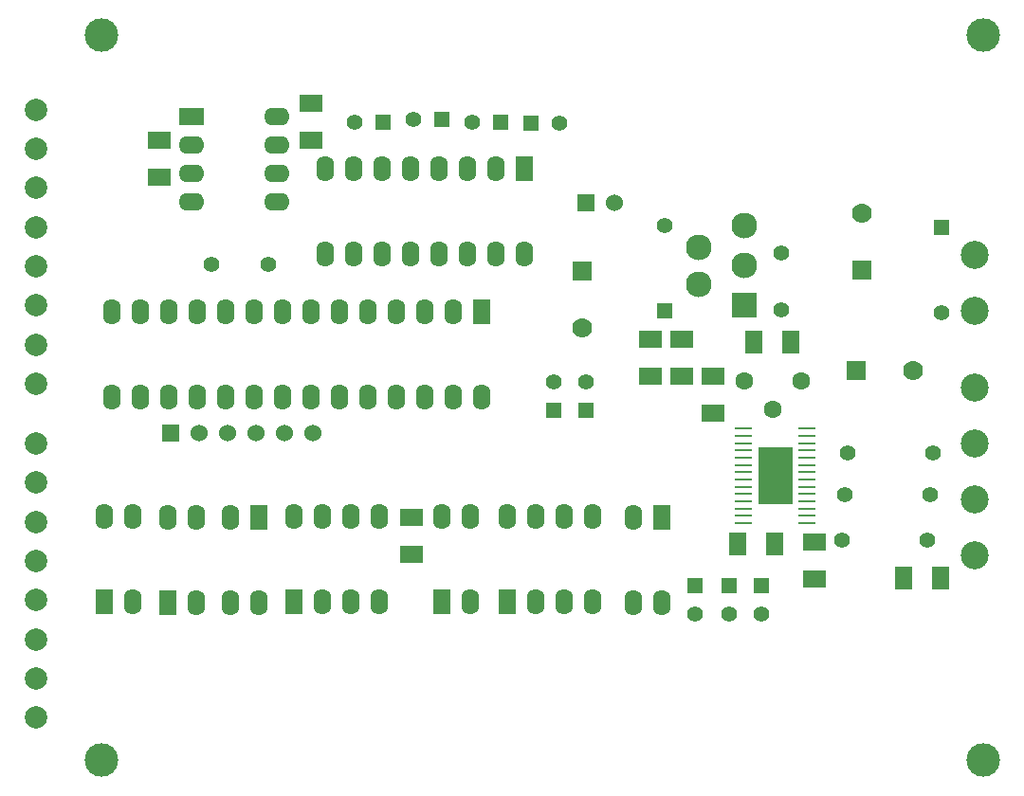
<source format=gts>
G04 (created by PCBNEW (2013-may-18)-stable) date  7.03.2015 (сб) 20,10,59 EET*
%MOIN*%
G04 Gerber Fmt 3.4, Leading zero omitted, Abs format*
%FSLAX34Y34*%
G01*
G70*
G90*
G04 APERTURE LIST*
%ADD10C,0.00590551*%
%ADD11R,0.08X0.06*%
%ADD12R,0.06X0.08*%
%ADD13R,0.055X0.055*%
%ADD14C,0.055*%
%ADD15R,0.06X0.06*%
%ADD16C,0.06*%
%ADD17C,0.056*%
%ADD18R,0.062X0.09*%
%ADD19O,0.062X0.09*%
%ADD20R,0.07X0.07*%
%ADD21C,0.07*%
%ADD22C,0.0905512*%
%ADD23R,0.0905512X0.0905512*%
%ADD24C,0.0984252*%
%ADD25R,0.09X0.062*%
%ADD26O,0.09X0.062*%
%ADD27C,0.0629921*%
%ADD28R,0.0610236X0.00984252*%
%ADD29R,0.122047X0.203937*%
%ADD30C,0.11811*%
%ADD31C,0.0787402*%
G04 APERTURE END LIST*
G54D10*
G54D11*
X96430Y-46770D03*
X96430Y-45470D03*
G54D12*
X109190Y-46380D03*
X107890Y-46380D03*
X108450Y-39300D03*
X109750Y-39300D03*
G54D11*
X104800Y-39200D03*
X104800Y-40500D03*
X107000Y-40500D03*
X107000Y-41800D03*
X110580Y-46330D03*
X110580Y-47630D03*
X105900Y-39200D03*
X105900Y-40500D03*
G54D13*
X101400Y-41690D03*
G54D14*
X101400Y-40690D03*
G54D13*
X106390Y-47850D03*
G54D14*
X106390Y-48850D03*
G54D13*
X107570Y-47850D03*
G54D14*
X107570Y-48850D03*
G54D13*
X102550Y-41700D03*
G54D14*
X102550Y-40700D03*
G54D13*
X108730Y-47850D03*
G54D14*
X108730Y-48850D03*
X111650Y-44650D03*
X114650Y-44650D03*
X114550Y-46250D03*
X111550Y-46250D03*
X111750Y-43200D03*
X114750Y-43200D03*
G54D15*
X87940Y-42490D03*
G54D16*
X88940Y-42490D03*
X89940Y-42490D03*
X90940Y-42490D03*
X91940Y-42490D03*
X92940Y-42490D03*
G54D17*
X91380Y-36560D03*
X89380Y-36560D03*
G54D18*
X92270Y-48430D03*
G54D19*
X93270Y-48430D03*
X94270Y-48430D03*
X95270Y-48430D03*
X95270Y-45430D03*
X94270Y-45430D03*
X93270Y-45430D03*
X92270Y-45430D03*
G54D18*
X99794Y-48432D03*
G54D19*
X100794Y-48432D03*
X101794Y-48432D03*
X102794Y-48432D03*
X102794Y-45432D03*
X101794Y-45432D03*
X100794Y-45432D03*
X99794Y-45432D03*
G54D18*
X100370Y-33190D03*
G54D19*
X99370Y-33190D03*
X98370Y-33190D03*
X97370Y-33190D03*
X96370Y-33190D03*
X95370Y-33190D03*
X94370Y-33190D03*
X93370Y-33190D03*
X93370Y-36190D03*
X94370Y-36190D03*
X95370Y-36190D03*
X96370Y-36190D03*
X97370Y-36190D03*
X98370Y-36190D03*
X99370Y-36190D03*
X100370Y-36190D03*
G54D13*
X115050Y-35250D03*
G54D14*
X115050Y-38250D03*
G54D13*
X105325Y-38200D03*
G54D14*
X105325Y-35200D03*
G54D20*
X112050Y-40300D03*
G54D21*
X114050Y-40300D03*
G54D20*
X112250Y-36750D03*
G54D21*
X112250Y-34750D03*
G54D20*
X102400Y-36800D03*
G54D21*
X102400Y-38800D03*
G54D14*
X109400Y-38150D03*
X109400Y-36150D03*
G54D15*
X102550Y-34400D03*
G54D16*
X103550Y-34400D03*
G54D13*
X97480Y-31460D03*
G54D14*
X96480Y-31460D03*
G54D13*
X100630Y-31590D03*
G54D14*
X101630Y-31590D03*
G54D13*
X99540Y-31550D03*
G54D14*
X98540Y-31550D03*
G54D13*
X95410Y-31570D03*
G54D14*
X94410Y-31570D03*
G54D22*
X108100Y-35200D03*
G54D23*
X108100Y-38000D03*
G54D22*
X108100Y-36600D03*
X106500Y-35950D03*
X106500Y-37250D03*
G54D24*
X116200Y-42865D03*
X116200Y-44834D03*
X116200Y-40897D03*
X116200Y-46802D03*
X116200Y-36215D03*
X116200Y-38184D03*
G54D25*
X88680Y-31370D03*
G54D26*
X88680Y-32370D03*
X88680Y-33370D03*
X88680Y-34370D03*
X91680Y-34370D03*
X91680Y-33370D03*
X91680Y-32370D03*
X91680Y-31370D03*
G54D18*
X97490Y-48430D03*
G54D19*
X98490Y-48430D03*
X98490Y-45430D03*
X97490Y-45430D03*
G54D18*
X87840Y-48450D03*
G54D19*
X88840Y-48450D03*
X88840Y-45450D03*
X87840Y-45450D03*
G54D18*
X85630Y-48430D03*
G54D19*
X86630Y-48430D03*
X86630Y-45430D03*
X85630Y-45430D03*
G54D18*
X105230Y-45450D03*
G54D19*
X104230Y-45450D03*
X104230Y-48450D03*
X105230Y-48450D03*
G54D18*
X91060Y-45460D03*
G54D19*
X90060Y-45460D03*
X90060Y-48460D03*
X91060Y-48460D03*
X97870Y-38230D03*
X96870Y-38230D03*
X95870Y-38230D03*
X94870Y-38230D03*
X93870Y-38230D03*
X92870Y-38230D03*
X91870Y-38230D03*
X90870Y-38230D03*
X89870Y-38230D03*
X88870Y-38230D03*
X87870Y-38230D03*
X86870Y-38230D03*
X85870Y-38230D03*
G54D18*
X98870Y-38230D03*
G54D19*
X85870Y-41230D03*
X86870Y-41230D03*
X87870Y-41230D03*
X88870Y-41230D03*
X89870Y-41230D03*
X90870Y-41230D03*
X91870Y-41230D03*
X92870Y-41230D03*
X93870Y-41230D03*
X94870Y-41230D03*
X95870Y-41230D03*
X96870Y-41230D03*
X97870Y-41230D03*
X98870Y-41230D03*
G54D27*
X109100Y-41650D03*
X108100Y-40650D03*
X110100Y-40650D03*
G54D28*
X108097Y-45151D03*
X108097Y-42592D03*
X108097Y-42848D03*
X108097Y-43104D03*
X108097Y-43360D03*
X108097Y-43616D03*
X108097Y-43872D03*
X108097Y-44127D03*
X108097Y-44383D03*
X108097Y-44639D03*
X108097Y-44895D03*
X110302Y-42336D03*
X110302Y-42592D03*
X108097Y-45663D03*
X108097Y-45407D03*
X110302Y-42848D03*
X110302Y-43104D03*
X110302Y-43360D03*
X110302Y-43616D03*
X110302Y-43872D03*
X110302Y-44127D03*
X110302Y-44383D03*
X108097Y-42336D03*
X110302Y-44639D03*
X110302Y-44895D03*
X110302Y-45663D03*
X110302Y-45407D03*
X110302Y-45151D03*
G54D29*
X109200Y-44000D03*
G54D12*
X113700Y-47600D03*
X115000Y-47600D03*
G54D11*
X87550Y-33490D03*
X87550Y-32190D03*
X92880Y-32200D03*
X92880Y-30900D03*
G54D30*
X116500Y-28500D03*
X85500Y-54000D03*
X85500Y-28500D03*
X116500Y-54000D03*
G54D31*
X83200Y-42855D03*
X83200Y-44233D03*
X83200Y-45611D03*
X83200Y-46988D03*
X83200Y-48366D03*
X83200Y-49744D03*
X83200Y-51122D03*
X83200Y-52500D03*
X83200Y-31115D03*
X83200Y-32493D03*
X83200Y-33871D03*
X83200Y-35248D03*
X83200Y-36626D03*
X83200Y-38004D03*
X83200Y-39382D03*
X83200Y-40760D03*
M02*

</source>
